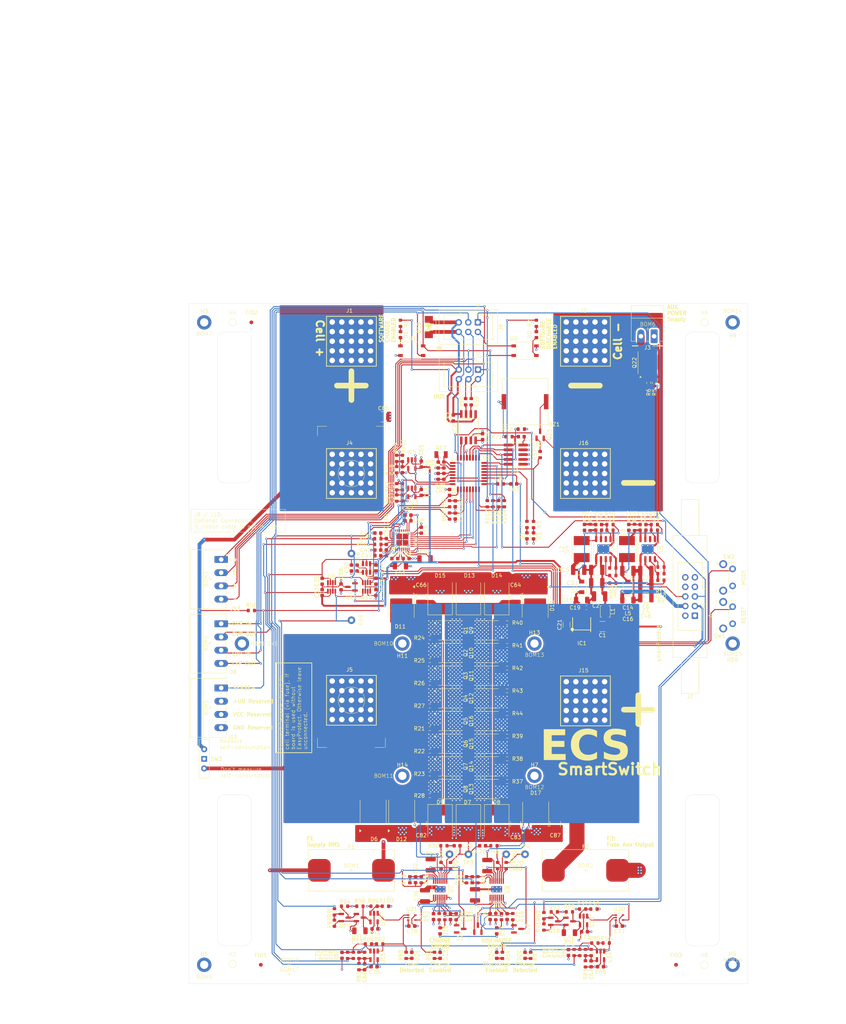
<source format=kicad_pcb>
(kicad_pcb
	(version 20240108)
	(generator "pcbnew")
	(generator_version "8.0")
	(general
		(thickness 1.74)
		(legacy_teardrops no)
	)
	(paper "A3" portrait)
	(layers
		(0 "F.Cu" signal)
		(1 "In1.Cu" signal)
		(2 "In2.Cu" signal)
		(3 "In3.Cu" signal)
		(4 "In4.Cu" signal)
		(31 "B.Cu" signal)
		(32 "B.Adhes" user "B.Adhesive")
		(33 "F.Adhes" user "F.Adhesive")
		(34 "B.Paste" user)
		(35 "F.Paste" user)
		(36 "B.SilkS" user "B.Silkscreen")
		(37 "F.SilkS" user "F.Silkscreen")
		(38 "B.Mask" user)
		(39 "F.Mask" user)
		(40 "Dwgs.User" user "User.Drawings")
		(41 "Cmts.User" user "User.Comments")
		(42 "Eco1.User" user "User.Eco1")
		(43 "Eco2.User" user "User.Eco2")
		(44 "Edge.Cuts" user)
		(45 "Margin" user)
		(46 "B.CrtYd" user "B.Courtyard")
		(47 "F.CrtYd" user "F.Courtyard")
		(48 "B.Fab" user)
		(49 "F.Fab" user)
		(50 "User.1" user)
		(51 "User.2" user "User.2 -Bemaßung")
		(52 "User.3" user "User.3 - Heatsink")
		(53 "User.4" user)
		(54 "User.5" user)
		(55 "User.6" user)
		(56 "User.7" user)
		(57 "User.8" user)
		(58 "User.9" user)
	)
	(setup
		(stackup
			(layer "F.SilkS"
				(type "Top Silk Screen")
			)
			(layer "F.Paste"
				(type "Top Solder Paste")
			)
			(layer "F.Mask"
				(type "Top Solder Mask")
				(thickness 0.01)
			)
			(layer "F.Cu"
				(type "copper")
				(thickness 0.07)
			)
			(layer "dielectric 1"
				(type "prepreg")
				(thickness 0.1)
				(material "FR4")
				(epsilon_r 4.5)
				(loss_tangent 0.02)
			)
			(layer "In1.Cu"
				(type "copper")
				(thickness 0.07)
			)
			(layer "dielectric 2"
				(type "core")
				(thickness 0.535)
				(material "FR4")
				(epsilon_r 4.5)
				(loss_tangent 0.02)
			)
			(layer "In2.Cu"
				(type "copper")
				(thickness 0.07)
			)
			(layer "dielectric 3"
				(type "prepreg")
				(thickness 0.1)
				(material "FR4")
				(epsilon_r 4.5)
				(loss_tangent 0.02)
			)
			(layer "In3.Cu"
				(type "copper")
				(thickness 0.035)
			)
			(layer "dielectric 4"
				(type "core")
				(thickness 0.535)
				(material "FR4")
				(epsilon_r 4.5)
				(loss_tangent 0.02)
			)
			(layer "In4.Cu"
				(type "copper")
				(thickness 0.035)
			)
			(layer "dielectric 5"
				(type "prepreg")
				(thickness 0.1)
				(material "FR4")
				(epsilon_r 4.5)
				(loss_tangent 0.02)
			)
			(layer "B.Cu"
				(type "copper")
				(thickness 0.07)
			)
			(layer "B.Mask"
				(type "Bottom Solder Mask")
				(thickness 0.01)
			)
			(layer "B.Paste"
				(type "Bottom Solder Paste")
			)
			(layer "B.SilkS"
				(type "Bottom Silk Screen")
			)
			(copper_finish "None")
			(dielectric_constraints no)
		)
		(pad_to_mask_clearance 0)
		(allow_soldermask_bridges_in_footprints no)
		(grid_origin 174 300)
		(pcbplotparams
			(layerselection 0x00010fc_ffffffff)
			(plot_on_all_layers_selection 0x0000000_00000000)
			(disableapertmacros no)
			(usegerberextensions no)
			(usegerberattributes yes)
			(usegerberadvancedattributes yes)
			(creategerberjobfile yes)
			(dashed_line_dash_ratio 12.000000)
			(dashed_line_gap_ratio 3.000000)
			(svgprecision 4)
			(plotframeref no)
			(viasonmask no)
			(mode 1)
			(useauxorigin no)
			(hpglpennumber 1)
			(hpglpenspeed 20)
			(hpglpendiameter 15.000000)
			(pdf_front_fp_property_popups yes)
			(pdf_back_fp_property_popups yes)
			(dxfpolygonmode yes)
			(dxfimperialunits yes)
			(dxfusepcbnewfont yes)
			(psnegative no)
			(psa4output no)
			(plotreference yes)
			(plotvalue yes)
			(plotfptext yes)
			(plotinvisibletext no)
			(sketchpadsonfab no)
			(subtractmaskfromsilk no)
			(outputformat 1)
			(mirror no)
			(drillshape 1)
			(scaleselection 1)
			(outputdirectory "")
		)
	)
	(net 0 "")
	(net 1 "Net-(D1-K)")
	(net 2 "GND")
	(net 3 "Net-(D2-K)")
	(net 4 "VCC")
	(net 5 "Net-(D1-A)")
	(net 6 "BAT+CONTROLED")
	(net 7 "Net-(C10-Pad1)")
	(net 8 "5V5")
	(net 9 "Net-(IC1-SS)")
	(net 10 "5V0")
	(net 11 "VREF")
	(net 12 "/ps/in")
	(net 13 "Net-(J3-2)")
	(net 14 "/greenMeter/ISENSE_FAST+")
	(net 15 "/greenMeter/ISENSE_PREZ+")
	(net 16 "/greenMeter/ISENSE_PREZ-")
	(net 17 "Net-(Q4-G)")
	(net 18 "/greenMeter/ISENSE_FAST-")
	(net 19 "Net-(Q5-G)")
	(net 20 "Net-(Q6-G)")
	(net 21 "Net-(Q7-G)")
	(net 22 "Net-(Q8-G)")
	(net 23 "/greenMeter/NRST")
	(net 24 "Net-(IC5-+IN)")
	(net 25 "Net-(D4-A)")
	(net 26 "Net-(J3-1)")
	(net 27 "/greenMeter/RS485_D")
	(net 28 "Net-(IC2-A)")
	(net 29 "Net-(IC2-B)")
	(net 30 "/greenMeter/RS485_R")
	(net 31 "/greenMeter/SPI1_MOSI")
	(net 32 "/greenMeter/ADC_START")
	(net 33 "/greenMeter/SPI1_MISO")
	(net 34 "/greenMeter/ADC_DRDY")
	(net 35 "/greenMeter/ADC_RESET")
	(net 36 "/greenMeter/ADC_CS")
	(net 37 "/greenMeter/SPI1_SCK")
	(net 38 "/OVP_IN")
	(net 39 "/chargeControl/SNS+")
	(net 40 "/chargeControl/SNS-")
	(net 41 "/LVP_IN")
	(net 42 "/OVP_OUT")
	(net 43 "/LVP_OUT")
	(net 44 "Net-(Q1-G)")
	(net 45 "Net-(Q2-G)")
	(net 46 "Net-(Q3-G)")
	(net 47 "/greenMeter/CHARGE_ENABLED")
	(net 48 "/greenMeter/DISCHARGE_ENABLED")
	(net 49 "/greenMeter/AUX_EN")
	(net 50 "/greenMeter/ISENSE+")
	(net 51 "/greenMeter/ISENSE-")
	(net 52 "/greenMeter/SWCLK")
	(net 53 "/switchControl/CHG_DETECTED")
	(net 54 "Net-(U17-+)")
	(net 55 "/switchControl/LOAD_DETECTED")
	(net 56 "unconnected-(J7-Pin_7-Pad7)")
	(net 57 "/greenMeter/USENSE_SHUNT_BUF")
	(net 58 "/greenMeter/USENSE+_BUF")
	(net 59 "/greenMeter/SWDIO")
	(net 60 "/CHARGE_CONTROL")
	(net 61 "Net-(Q22-G)")
	(net 62 "Net-(U12-PA10{slash}NC)")
	(net 63 "Net-(Q13-G)")
	(net 64 "Net-(Q14-G)")
	(net 65 "Net-(Q15-G)")
	(net 66 "Net-(Q16-G)")
	(net 67 "/BUS_+5V")
	(net 68 "Net-(U4-VIN)")
	(net 69 "Net-(U4-BST)")
	(net 70 "Net-(U4-SW)")
	(net 71 "Net-(U5-SW)")
	(net 72 "Net-(U5-BST)")
	(net 73 "Net-(C11-Pad1)")
	(net 74 "Net-(U4-FB)")
	(net 75 "Net-(U5-FB)")
	(net 76 "Net-(C11-Pad2)")
	(net 77 "Net-(C12-Pad2)")
	(net 78 "Net-(U6-FILTER)")
	(net 79 "Net-(U7-SNS-)")
	(net 80 "Net-(C23-Pad1)")
	(net 81 "Net-(U7-TIMER)")
	(net 82 "Net-(U8-SNS-)")
	(net 83 "Net-(U8-TIMER)")
	(net 84 "Net-(IC3-+IN)")
	(net 85 "Net-(U12-PC14)")
	(net 86 "Net-(U12-PC15)")
	(net 87 "Net-(U12-PC6)")
	(net 88 "Net-(Q20-C)")
	(net 89 "Net-(Q21-C)")
	(net 90 "Net-(D2-A)")
	(net 91 "Net-(D3-A)")
	(net 92 "/BUS_GND")
	(net 93 "/BUS_B")
	(net 94 "Net-(D10-K)")
	(net 95 "Net-(D16-K)")
	(net 96 "Net-(D20-A)")
	(net 97 "Net-(D21-A)")
	(net 98 "/BUS_A")
	(net 99 "/chargeControl/vcc_int")
	(net 100 "/dischargeControl/vcc_int")
	(net 101 "unconnected-(D5-NC-Pad2)")
	(net 102 "unconnected-(D22-NC-Pad2)")
	(net 103 "Net-(Q9-G)")
	(net 104 "Net-(Q10-G)")
	(net 105 "Net-(Q11-G)")
	(net 106 "Net-(Q12-G)")
	(net 107 "Net-(U4-EN{slash}UVLO)")
	(net 108 "Net-(U5-EN{slash}UVLO)")
	(net 109 "Net-(U4-RON)")
	(net 110 "Net-(U5-RON)")
	(net 111 "Net-(U7-TGDN)")
	(net 112 "Net-(U7-ISET)")
	(net 113 "Net-(U7-TGUP)")
	(net 114 "Net-(U7-VCCUV)")
	(net 115 "Net-(U8-TGDN)")
	(net 116 "Net-(U8-ISET)")
	(net 117 "Net-(U8-TGUP)")
	(net 118 "Net-(U8-VCCUV)")
	(net 119 "Net-(U15-+)")
	(net 120 "Net-(U14-+)")
	(net 121 "Net-(U14--)")
	(net 122 "Net-(Q18-B)")
	(net 123 "Net-(Q19-B)")
	(net 124 "Net-(Q18-C)")
	(net 125 "Net-(Q19-C)")
	(net 126 "Net-(U16-+)")
	(net 127 "Net-(U7-IMON)")
	(net 128 "Net-(U8-IMON)")
	(net 129 "Net-(U11-V_{OUT})")
	(net 130 "Net-(U16-Pad1)")
	(net 131 "Net-(U17-Pad1)")
	(net 132 "/LOAD_CONTROL")
	(net 133 "/chargeControl/SWITCH_OUT")
	(net 134 "/chargeControl/SWITCH_IN")
	(net 135 "/chargeControl/BST")
	(net 136 "/dischargeControl/BST")
	(net 137 "/U_SENSE+")
	(net 138 "/greenMeter/LVP_SENSE_DIV")
	(net 139 "/greenMeter/OVP_SENSE_DIV")
	(net 140 "Net-(D23-A)")
	(net 141 "Net-(D24-A)")
	(net 142 "unconnected-(U4-PGOOD-Pad6)")
	(net 143 "unconnected-(U5-PGOOD-Pad6)")
	(net 144 "/B+Terminal")
	(net 145 "Net-(SW3-B)")
	(net 146 "Net-(BZ1--)")
	(net 147 "/greenMeter/Buzzer")
	(net 148 "/chargeControl/~{Fault}")
	(net 149 "R2{slash}COM")
	(net 150 "Net-(Q23-B)")
	(net 151 "/dischargeControl/~{Fault}")
	(net 152 "Net-(U15--)")
	(net 153 "unconnected-(IC6-NC-5-Pad23)")
	(net 154 "unconnected-(IC6-NC-1-Pad19)")
	(net 155 "unconnected-(IC6-NC-2-Pad20)")
	(net 156 "unconnected-(IC6-NC-9-Pad27)")
	(net 157 "unconnected-(IC6-NC-4-Pad22)")
	(net 158 "unconnected-(IC6-NC-3-Pad21)")
	(net 159 "unconnected-(IC6-NC-8-Pad26)")
	(net 160 "unconnected-(IC6-NC-6-Pad24)")
	(net 161 "unconnected-(IC6-NC-7-Pad25)")
	(net 162 "Net-(IC6-BYPASS)")
	(net 163 "Net-(IC6-REFOUT)")
	(net 164 "Net-(IC6-CAPP)")
	(net 165 "Net-(IC6-CAPN)")
	(net 166 "Net-(C28-Pad1)")
	(net 167 "unconnected-(H1-Pad1)")
	(net 168 "unconnected-(H3-Pad1)")
	(net 169 "unconnected-(H5-Pad1)")
	(net 170 "unconnected-(H7-Pad1)")
	(net 171 "unconnected-(H9-Pad1)")
	(net 172 "unconnected-(H10-Pad1)")
	(net 173 "unconnected-(H11-Pad1)")
	(net 174 "unconnected-(H12-Pad1)")
	(net 175 "unconnected-(H13-Pad1)")
	(net 176 "unconnected-(H14-Pad1)")
	(net 177 "Net-(R55-Pad2)")
	(net 178 "Net-(R62-Pad2)")
	(net 179 "~{OC_FAULT}")
	(footprint "Connector_Pin:Pin_D1.0mm_L10.0mm" (layer "F.Cu") (at 169 265.75))
	(footprint "Resistor_SMD:R_0603_1608Metric" (layer "F.Cu") (at 196.75 281 180))
	(footprint "Connector_PinHeader_1.27mm:PinHeader_2x05_P1.27mm_Vertical_SMD" (layer "F.Cu") (at 186.5 160 180))
	(footprint "Capacitor_SMD:C_1210_3225Metric" (layer "F.Cu") (at 164 268.525 -90))
	(footprint "Resistor_SMD:R_0603_1608Metric" (layer "F.Cu") (at 146.5 292.5 90))
	(footprint "Resistor_SMD:R_0603_1608Metric" (layer "F.Cu") (at 156.5 168.5 -90))
	(footprint "Resistor_SMD:R_0603_1608Metric" (layer "F.Cu") (at 169 173 90))
	(footprint "Resistor_SMD:R_0603_1608Metric" (layer "F.Cu") (at 204.25 280.25))
	(footprint "MountingHole:MountingHole_2.2mm_M2_DIN965_Pad" (layer "F.Cu") (at 191.5 245))
	(footprint "Capacitor_SMD:C_0603_1608Metric" (layer "F.Cu") (at 169 170 -90))
	(footprint "myBOM:BOM_PART_2x2mm" (layer "F.Cu") (at 244 295))
	(footprint "Resistor_SMD:R_0603_1608Metric" (layer "F.Cu") (at 221.75 141 -90))
	(footprint "Resistor_SMD:R_0603_1608Metric" (layer "F.Cu") (at 184.25 246.5 180))
	(footprint "Connector_IDC:IDC-Header_2x05_P2.54mm_Latch9.5mm_Vertical" (layer "F.Cu") (at 234 202.62 180))
	(footprint "Capacitor_SMD:C_0603_1608Metric" (layer "F.Cu") (at 166 162.75 90))
	(footprint "Resistor_SMD:R_0603_1608Metric" (layer "F.Cu") (at 150 182.25))
	(footprint "Package_TO_SOT_SMD:TO-252-2" (layer "F.Cu") (at 191.6775 200 -90))
	(footprint "Capacitor_SMD:C_0603_1608Metric" (layer "F.Cu") (at 154.5 187.5))
	(footprint "Resistor_SMD:R_0603_1608Metric" (layer "F.Cu") (at 145 295.5 90))
	(footprint "Capacitor_SMD:C_0603_1608Metric" (layer "F.Cu") (at 170 150.3 -90))
	(footprint "greenMeter_v3:MAXIM_SO08-208" (layer "F.Cu") (at 174 152.75))
	(footprint "Resistor_SMD:R_0603_1608Metric" (layer "F.Cu") (at 183.5 173 90))
	(footprint "LED_SMD:LED_0603_1608Metric" (layer "F.Cu") (at 181.5 286 -90))
	(footprint "Resistor_SMD:R_0603_1608Metric" (layer "F.Cu") (at 200.75 281))
	(footprint "Capacitor_SMD:C_0603_1608Metric" (layer "F.Cu") (at 150 186.75 180))
	(footprint "Package_SO:PowerPAK_SO-8_Single" (layer "F.Cu") (at 169 242.5))
	(footprint "Capacitor_SMD:C_0603_1608Metric" (layer "F.Cu") (at 214 284.75 180))
	(footprint "LED_SMD:LED_0603_1608Metric"
		(layer "F.Cu")
		(uuid "1a9e6380-15e6-47bd-b8cf-226899ae5d43")
		(at 181.5 292.5 -90)
		(descr "LED SMD 0603 (1608 Metric), square (rectangular) end terminal, IPC_7351 nominal, (Body size source: http://www.tortai-tech.com/upload/download/2011102023233369053.pdf), generated with kicad-footprint-generator")
		(tags "LED")
		(property "Reference" "D24"
			(at 0 1.5 90)
			(layer "F.SilkS")
			(uuid "cac47ef5-cae8-48da-acd2-15bba02e332f")
			(effects
				(font
					(size 1 1)
					(thickness 0.15)
				)
			)
		)
		(property "Value" "gn"
			(at 0 1.43 90)
			(layer "F.Fab")
			(uuid "914481b2-7c7b-43a9-95c3-930d4e6a55d5")
			(effects
				(font
					(size 1 1)
					(thickness 0.15)
				)
			)
		)
		(property "Footprint" "LED_SMD:LED_0603_1608Metric"
			(at 0 0 -90)
			(unlocked yes)
			(layer "F.Fab")
			(hide yes)
			(uuid "e7daa59f-114a-49af-9e1e-3c4adfb364e8")
			(effects
				(font
					(size 1.27 1.27)
					(thickness 0.15)
				)
			)
		)
		(property "Datasheet" ""
			(at 0 0 -90)
			(unlocked yes)
			(layer "F.Fab")
			(hide yes)
			(uuid "bb6f05bc-97cd-42c9-b97b-8f0ce65c0b38")
			(effects
				(font
					(size 1.27 1.27)
					(thickness 0.15)
				)
			)
		)
		(property "Description" "150060VS75000 LED GRÜN 40MCD 2V 20MA 0603 SMD"
			(at 0 0 -90)
			(unlocked yes)
			(layer "F.Fab")
			(hide yes)
			(uuid "968ac4d4-6973-42c5-9d5b-59168ce74560")
			(effects
				(font
					(size 1.27 1.27)
					(thickness 0.15)
				)
			)
		)
		(property "Field-1" ""
			(at 0 0 -90)
			(unlocked yes)
			(layer "F.Fab")
			(hide yes)
			(uuid "0afc8f08-3186-4ba8-ac13-0a488406b6e0")
			(effects
				(font
					(size 1 1)
					(thickness 0.15)
				)
			)
		)
		(property "Sim.Device" ""
			(at 0 0 -90)
			(unlocked yes)
			(layer "F.Fab")
			(hide yes)
			(uuid "ac2bf151-ad16-4729-8e6a-ba6d1eb904c8")
			(effects
				(font
					(size 1 1)
					(thickness 0.15)
				)
			)
		)
		(property "Sim.Pins" ""
			(at 0 0 -90)
			(unlocked yes)
			(layer "F.Fab")
			(hide yes)
			(uuid "a58384ec-b6bb-4355-a905-eda86343df22")
			(effects
				(font
					(size 1 1)
					(thickness 0.15)
				)
			)
		)
		(property "ECS Art#" "D185"
			(at 0 0 -90)
			(unlocked yes)
			(layer "F.Fab")
			(hide yes)
			(uuid "911435ab-6769-42a9-be84-67f2386c589c")
			(effects
				(font
					(size 1 1)
					(thickness 0.15)
				)
			)
		)
		(property "HAN" "150 060 VS7 500 0"
			(at 0 0 -90)
			(unlocked yes)
			(layer "F.Fab")
			(hide yes)
			(uuid "df75872c-28d2-40ae-b18f-aa64885c4935")
			(effects
				(font
					(size 1 1)
					(thickness 0.15)
				)
			)
		)
		(property "Hersteller" "Würth"
			(at 0 0 -90)
			(unlocked yes)
			(layer "F.Fab")
			(hide yes)
			(uuid "2a90967a-38ce-4bdf-b79e-17762abb3c3b")
			(effects
				(font
					(size 1 1)
					(thickness 0.15)
				)
			)
		)
		(property ki_fp_filters "LED* LED_SMD:* LED_THT:*")
		(path "/81d06683-0ac5-4428-9aba-04cf8d65750e/019a958f-a5a7-4e79-a11d-d3d3916b29e4")
		(sheetname "switchControl")
		(sheetfile "switch_control.kicad_sch")
		(attr smd)
		(fp_line
			(start -1.485 0.735)
			(end 0.8 0.735)
			(stroke
				(width 0.12)
				(type solid)
			)
			(layer "F.SilkS")
			(uuid "fe5e0c46-b6db-499d-a5f3-24426b2dfae7")
		)
		(fp_line
			(start -1.485 -0.735)
			(end -1.485 0.735)
			(stroke
				(width 0.12)
				(type solid)
			)
			(layer "F.SilkS")
			(uuid "736443b2-14c1-4e48-95b6-ae9665babe4c")
		)
		(fp_line
			(start 0.8 -0.735)
			(end -1.485 -0.735)
			(stroke
				(width 0.12)
				(type solid)
			)
			(layer "F.SilkS")
			(uuid "b7d621e5-f9fe-49ee-a752-fd22944e17ee")
		)
		(fp_line
			(start -1.48 0.73)
			(end -1.48 -0.73)
			(stroke
				(width 0.05)
				(type solid)
			)
			(layer "F.CrtYd")
			(uuid "545b6108-a3b8-4bee-a52a-48c3f386f7a3")
		)
		(fp_line
			(start 1.48 0.73)
			(end -1.48 0.73)
			(stroke
				(width 0.05)
				(type solid)
			)
			(layer "F.CrtYd")
			(uuid "f6f2c496-f072-4743-b095-53f1e741ab7b")
		)
		(fp_line
			(start -1.48 -0.73)
			(end 1.48 -0.73)
			(stroke
				(width 0.05)
				(type solid)
			)
			(layer "F.CrtYd")
			(uuid "ec0d8615-60fd-46e0-9849-7da5a52ad4d6")
		)
		(fp_line
			(start 1.48 -0.73)
			(end 1.48 0.73)
			(stroke
				(width 0.05)
				(type solid)
			)
			(layer "F.CrtYd")
			(uuid "077cdd50-cf16-44b9-bfb9-a82312452cdc")
		)
		(fp_line
			(start -0.8 0.4)
			(end 0.8 0.4)
			(stroke
				(width 0.1)
				(type solid)
			)
			(layer "F.Fab")
			(uuid "16305805-7475-4137-b3c6-659a022bb875")
		)
		(fp_line
			(start 0.8 0.4)
			(end 0.8 -0.4)
			(stroke
				(width 0.1)
				(type solid)
			)
			(layer "F.Fab")
			(uuid "857c03b9-0e06-4cda-b057-c9fefb0eebba")
		)
		(fp_line
			(start -0.8 -0.1)
			(end -0.8 0.4)
			(stroke
				(width 0.1)
				(type solid)
			)
			(layer "F.Fab")
			(uuid "5515374c-11c0-44dc-845d-48496d679dab")
		)
		(fp_line
			(start -0.5 -0.4)
			(end -0.8 -0.1)
			(stroke
				(width 0.1)
				(type solid)
			)
			(layer "F.Fab")
			(uuid "72962f14-f317-4171-b38f-4b4e15de3542")
		)
		(fp_line
			(start 0.8 -0.4)
			(end -0.5 -0.4)
			(stroke
				(width 0.1)
				(type solid)
			)
			(layer "F.Fab")
			(uuid "b2d9e022-a770-4e9d-bcca-85ea24a454cd")
		)
		(fp_text user "${REFERENCE}"
			(at 0 0 90)
			(layer "F.Fab")
			(uuid "209d9414-4939-464b-a65c-2ea5aae0fab8")
			(effects
				(font
					(size 0.4 0.4)
					(thickness 0.06)
				)
			)
		)
		(pad "1" smd roundrect
			(at -0.7875 0 270)
			(size 0.875 0.95)
			(layers "F.Cu" "F.Paste" "F.Mask")
			(roundrect_rratio 0.25)
			(net 2 "GND")
			(pinfunction "K")
			(pintype "passive")
			(uuid "4ab5a85e-9bef-47e6-a359-8706c901a367")
		)
		(pad "2" smd roundrect
			(at 0.7875 0 270)
			(size 0.875 0.95)
			(layers "F.Cu" "
... [3649457 chars truncated]
</source>
